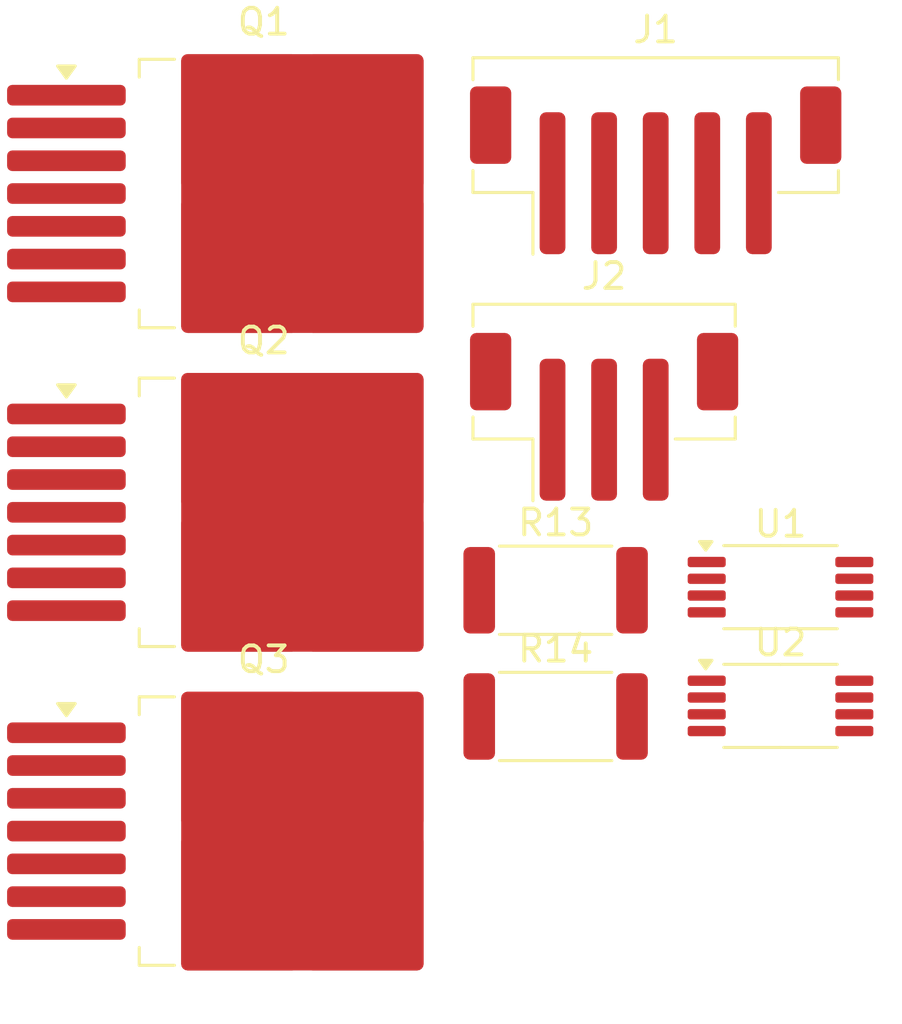
<source format=kicad_pcb>
(kicad_pcb (version 20240108) (generator "pcbnew") (generator_version "8.0")
  (layers (0 "F.Cu" signal) (31 "B.Cu" signal) (34 "B.Paste" user) (35 "F.Paste" user) (36 "B.SilkS" user "B.Silkscreen") (37 "F.SilkS" user "F.Silkscreen") (38 "B.Mask" user) (39 "F.Mask" user) (44 "Edge.Cuts" user))
  (net 0 "")
  (net 1 "MOT_B")
  (net 2 "VCC")
  (net 3 "MOT_C")
  (net 4 "MOT_A")
  (net 5 "GND")
  (net 6 "out1_cs")
  (net 7 "out3")
  (net 8 "out1")
  (net 9 "Net-(Q1-IN)")
  (net 10 "Net-(Q1-INH)")
  (net 11 "Net-(Q1-SR)")
  (net 12 "A2")
  (net 13 "A3")
  (net 14 "Net-(Q2-SR)")
  (net 15 "Net-(Q2-IN)")
  (net 16 "Net-(Q2-INH)")
  (net 17 "Net-(Q3-SR)")
  (net 18 "Net-(Q3-IN)")
  (net 19 "Net-(Q3-INH)")
  (net 20 "Net-(Q3-IS)")
  (net 21 "Net-(U1-REF1)")
  (net 22 "A0")
  (net 23 "+3.3V")
  (net 24 "Net-(U2-REF1)")
  (net 25 "out2")
  (net 26 "out3_cs")
  (net 27 "A1")
  (footprint "Package_SO:TSSOP-8_4.4x3mm_P0.65mm" (layer "F.Cu") (at 141.1375 92.025)
    (property "Reference" "U2" (at 0 -2.45 0) (layer "F.SilkS"))
    (property "Value" "INA240A2PW")
    (fp_line (start 0 -1.61) (end -2.2 -1.61) (stroke (width 0.12)) (layer "F.SilkS"))
    (fp_line (start 0 -1.61) (end 2.2 -1.61) (stroke (width 0.12)) (layer "F.SilkS"))
    (fp_line (start 0 1.61) (end -2.2 1.61) (stroke (width 0.12)) (layer "F.SilkS"))
    (fp_line (start 0 1.61) (end 2.2 1.61) (stroke (width 0.12)) (layer "F.SilkS"))
    (fp_poly (pts (xy -2.9 -1.435) (xy -3.14 -1.765) (xy -2.66 -1.765) (xy -2.9 -1.435)) (stroke (width 0.12)) (fill solid) (layer "F.SilkS"))
    (pad "1" smd roundrect (at -2.8625 -0.975) (size 1.475 0.4) (layers "F.Cu" "F.Paste" "F.Mask") (net 5 "GND"))
    (pad "2" smd roundrect (at -2.8625 -0.325) (size 1.475 0.4) (layers "F.Cu" "F.Paste" "F.Mask") (net 26 "out3_cs"))
    (pad "3" smd roundrect (at -2.8625 0.325) (size 1.475 0.4) (layers "F.Cu" "F.Paste" "F.Mask") (net 7 "out3"))
    (pad "4" smd roundrect (at -2.8625 0.975) (size 1.475 0.4) (layers "F.Cu" "F.Paste" "F.Mask") (net 5 "GND"))
    (pad "5" smd roundrect (at 2.8625 0.975) (size 1.475 0.4) (layers "F.Cu" "F.Paste" "F.Mask") (net 23 "+3.3V"))
    (pad "6" smd roundrect (at 2.8625 0.325) (size 1.475 0.4) (layers "F.Cu" "F.Paste" "F.Mask") (net 23 "+3.3V"))
    (pad "7" smd roundrect (at 2.8625 -0.325) (size 1.475 0.4) (layers "F.Cu" "F.Paste" "F.Mask") (net 24 "Net-(U2-REF1)"))
    (pad "8" smd roundrect (at 2.8625 -0.975) (size 1.475 0.4) (layers "F.Cu" "F.Paste" "F.Mask") (net 27 "A1"))
  )
  (footprint "Package_TO_SOT_SMD:TO-263-7_TabPin8" (layer "F.Cu") (at 121.0975 84.525)
    (property "Reference" "Q2" (at 0 -6.65 0) (layer "F.SilkS"))
    (property "Value" "BTN8982TA")
    (fp_line (start -4.825 -5.2) (end -4.825 -4.51) (stroke (width 0.12)) (layer "F.SilkS"))
    (fp_line (start -4.825 5.2) (end -4.825 4.51) (stroke (width 0.12)) (layer "F.SilkS"))
    (fp_line (start -3.46 -5.2) (end -4.825 -5.2) (stroke (width 0.12)) (layer "F.SilkS"))
    (fp_line (start -3.46 5.2) (end -4.825 5.2) (stroke (width 0.12)) (layer "F.SilkS"))
    (fp_poly (pts (xy -7.65 -4.47) (xy -7.99 -4.94) (xy -7.31 -4.94) (xy -7.65 -4.47)) (stroke (width 0.12)) (fill solid) (layer "F.SilkS"))
    (pad "1" smd roundrect (at -7.65 -3.81) (size 4.6 0.8) (layers "F.Cu" "F.Paste" "F.Mask") (net 5 "GND"))
    (pad "2" smd roundrect (at -7.65 -2.54) (size 4.6 0.8) (layers "F.Cu" "F.Paste" "F.Mask") (net 15 "Net-(Q2-IN)"))
    (pad "3" smd roundrect (at -7.65 -1.27) (size 4.6 0.8) (layers "F.Cu" "F.Paste" "F.Mask") (net 16 "Net-(Q2-INH)"))
    (pad "4" smd roundrect (at -7.65 0) (size 4.6 0.8) (layers "F.Cu" "F.Paste" "F.Mask") (net 25 "out2"))
    (pad "5" smd roundrect (at -7.65 1.27) (size 4.6 0.8) (layers "F.Cu" "F.Paste" "F.Mask") (net 14 "Net-(Q2-SR)"))
    (pad "6" smd roundrect (at -7.65 2.54) (size 4.6 0.8) (layers "F.Cu" "F.Paste" "F.Mask") (net 13 "A3"))
    (pad "7" smd roundrect (at -7.65 3.81) (size 4.6 0.8) (layers "F.Cu" "F.Paste" "F.Mask") (net 2 "VCC"))
    (pad "8" smd roundrect (at -0.925 -2.775) (size 4.55 5.25) (layers "F.Cu" "F.Paste") (roundrect_rratio 0.054945) (net 25 "out2"))
    (pad "8" smd roundrect (at -0.925 2.775) (size 4.55 5.25) (layers "F.Cu" "F.Paste") (roundrect_rratio 0.054945) (net 25 "out2"))
    (pad "8" smd roundrect (at 1.5 0) (size 9.4 10.8) (layers "F.Cu" "F.Mask") (roundrect_rratio 0.026596) (net 25 "out2"))
    (pad "8" smd roundrect (at 3.925 -2.775) (size 4.55 5.25) (layers "F.Cu" "F.Paste") (roundrect_rratio 0.054945) (net 25 "out2"))
    (pad "8" smd roundrect (at 3.925 2.775) (size 4.55 5.25) (layers "F.Cu" "F.Paste") (roundrect_rratio 0.054945) (net 25 "out2"))
  )
  (footprint "Package_TO_SOT_SMD:TO-263-7_TabPin8" (layer "F.Cu") (at 121.0975 96.875)
    (property "Reference" "Q3" (at 0 -6.65 0) (layer "F.SilkS"))
    (property "Value" "BTN8982TA")
    (fp_line (start -4.825 -5.2) (end -4.825 -4.51) (stroke (width 0.12)) (layer "F.SilkS"))
    (fp_line (start -4.825 5.2) (end -4.825 4.51) (stroke (width 0.12)) (layer "F.SilkS"))
    (fp_line (start -3.46 -5.2) (end -4.825 -5.2) (stroke (width 0.12)) (layer "F.SilkS"))
    (fp_line (start -3.46 5.2) (end -4.825 5.2) (stroke (width 0.12)) (layer "F.SilkS"))
    (fp_poly (pts (xy -7.65 -4.47) (xy -7.99 -4.94) (xy -7.31 -4.94) (xy -7.65 -4.47)) (stroke (width 0.12)) (fill solid) (layer "F.SilkS"))
    (pad "1" smd roundrect (at -7.65 -3.81) (size 4.6 0.8) (layers "F.Cu" "F.Paste" "F.Mask") (net 5 "GND"))
    (pad "2" smd roundrect (at -7.65 -2.54) (size 4.6 0.8) (layers "F.Cu" "F.Paste" "F.Mask") (net 18 "Net-(Q3-IN)"))
    (pad "3" smd roundrect (at -7.65 -1.27) (size 4.6 0.8) (layers "F.Cu" "F.Paste" "F.Mask") (net 19 "Net-(Q3-INH)"))
    (pad "4" smd roundrect (at -7.65 0) (size 4.6 0.8) (layers "F.Cu" "F.Paste" "F.Mask") (net 26 "out3_cs"))
    (pad "5" smd roundrect (at -7.65 1.27) (size 4.6 0.8) (layers "F.Cu" "F.Paste" "F.Mask") (net 17 "Net-(Q3-SR)"))
    (pad "6" smd roundrect (at -7.65 2.54) (size 4.6 0.8) (layers "F.Cu" "F.Paste" "F.Mask") (net 20 "Net-(Q3-IS)"))
    (pad "7" smd roundrect (at -7.65 3.81) (size 4.6 0.8) (layers "F.Cu" "F.Paste" "F.Mask") (net 2 "VCC"))
    (pad "8" smd roundrect (at -0.925 -2.775) (size 4.55 5.25) (layers "F.Cu" "F.Paste") (roundrect_rratio 0.054945) (net 26 "out3_cs"))
    (pad "8" smd roundrect (at -0.925 2.775) (size 4.55 5.25) (layers "F.Cu" "F.Paste") (roundrect_rratio 0.054945) (net 26 "out3_cs"))
    (pad "8" smd roundrect (at 1.5 0) (size 9.4 10.8) (layers "F.Cu" "F.Mask") (roundrect_rratio 0.026596) (net 26 "out3_cs"))
    (pad "8" smd roundrect (at 3.925 -2.775) (size 4.55 5.25) (layers "F.Cu" "F.Paste") (roundrect_rratio 0.054945) (net 26 "out3_cs"))
    (pad "8" smd roundrect (at 3.925 2.775) (size 4.55 5.25) (layers "F.Cu" "F.Paste") (roundrect_rratio 0.054945) (net 26 "out3_cs"))
  )
  (footprint "Package_SO:TSSOP-8_4.4x3mm_P0.65mm" (layer "F.Cu") (at 141.1375 87.425)
    (property "Reference" "U1" (at 0 -2.45 0) (layer "F.SilkS"))
    (property "Value" "INA240A2PW")
    (fp_line (start 0 -1.61) (end -2.2 -1.61) (stroke (width 0.12)) (layer "F.SilkS"))
    (fp_line (start 0 -1.61) (end 2.2 -1.61) (stroke (width 0.12)) (layer "F.SilkS"))
    (fp_line (start 0 1.61) (end -2.2 1.61) (stroke (width 0.12)) (layer "F.SilkS"))
    (fp_line (start 0 1.61) (end 2.2 1.61) (stroke (width 0.12)) (layer "F.SilkS"))
    (fp_poly (pts (xy -2.9 -1.435) (xy -3.14 -1.765) (xy -2.66 -1.765) (xy -2.9 -1.435)) (stroke (width 0.12)) (fill solid) (layer "F.SilkS"))
    (pad "1" smd roundrect (at -2.8625 -0.975) (size 1.475 0.4) (layers "F.Cu" "F.Paste" "F.Mask") (net 5 "GND"))
    (pad "2" smd roundrect (at -2.8625 -0.325) (size 1.475 0.4) (layers "F.Cu" "F.Paste" "F.Mask") (net 8 "out1"))
    (pad "3" smd roundrect (at -2.8625 0.325) (size 1.475 0.4) (layers "F.Cu" "F.Paste" "F.Mask") (net 6 "out1_cs"))
    (pad "4" smd roundrect (at -2.8625 0.975) (size 1.475 0.4) (layers "F.Cu" "F.Paste" "F.Mask") (net 5 "GND"))
    (pad "5" smd roundrect (at 2.8625 0.975) (size 1.475 0.4) (layers "F.Cu" "F.Paste" "F.Mask") (net 23 "+3.3V"))
    (pad "6" smd roundrect (at 2.8625 0.325) (size 1.475 0.4) (layers "F.Cu" "F.Paste" "F.Mask") (net 23 "+3.3V"))
    (pad "7" smd roundrect (at 2.8625 -0.325) (size 1.475 0.4) (layers "F.Cu" "F.Paste" "F.Mask") (net 21 "Net-(U1-REF1)"))
    (pad "8" smd roundrect (at 2.8625 -0.975) (size 1.475 0.4) (layers "F.Cu" "F.Paste" "F.Mask") (net 22 "A0"))
  )
  (footprint "Connector_JST:JST_PH_B3B-PH-SM4-TB_1x03-1MP_P2.00mm_Vertical" (layer "F.Cu") (at 134.2975 80.825)
    (property "Reference" "J2" (at 0 -5.45 0) (layer "F.SilkS"))
    (property "Value" "TB_MOTOR")
    (fp_line (start -5.085 -4.36) (end 5.085 -4.36) (stroke (width 0.12)) (layer "F.SilkS"))
    (fp_line (start -5.085 -3.51) (end -5.085 -4.36) (stroke (width 0.12)) (layer "F.SilkS"))
    (fp_line (start -5.085 0.01) (end -5.085 0.86) (stroke (width 0.12)) (layer "F.SilkS"))
    (fp_line (start -5.085 0.86) (end -2.76 0.86) (stroke (width 0.12)) (layer "F.SilkS"))
    (fp_line (start -2.76 0.86) (end -2.76 3.25) (stroke (width 0.12)) (layer "F.SilkS"))
    (fp_line (start 5.085 -4.36) (end 5.085 -3.51) (stroke (width 0.12)) (layer "F.SilkS"))
    (fp_line (start 5.085 0.01) (end 5.085 0.86) (stroke (width 0.12)) (layer "F.SilkS"))
    (fp_line (start 5.085 0.86) (end 2.76 0.86) (stroke (width 0.12)) (layer "F.SilkS"))
    (pad "1" smd roundrect (at -2 0.5) (size 1 5.5) (layers "F.Cu" "F.Paste" "F.Mask") (net 8 "out1"))
    (pad "2" smd roundrect (at 0 0.5) (size 1 5.5) (layers "F.Cu" "F.Paste" "F.Mask") (net 25 "out2"))
    (pad "3" smd roundrect (at 2 0.5) (size 1 5.5) (layers "F.Cu" "F.Paste" "F.Mask") (net 7 "out3"))
    (pad "MP" smd roundrect (at -4.4 -1.75) (size 1.6 3) (layers "F.Cu" "F.Paste" "F.Mask") (roundrect_rratio 0.15625))
    (pad "MP" smd roundrect (at 4.4 -1.75) (size 1.6 3) (layers "F.Cu" "F.Paste" "F.Mask") (roundrect_rratio 0.15625))
  )
  (footprint "Resistor_SMD:R_2512_6332Metric" (layer "F.Cu") (at 132.4175 87.545)
    (property "Reference" "R13" (at 0 -2.62 0) (layer "F.SilkS"))
    (property "Value" "0.001")
    (fp_line (start -2.177064 -1.71) (end 2.177064 -1.71) (stroke (width 0.12)) (layer "F.SilkS"))
    (fp_line (start -2.177064 1.71) (end 2.177064 1.71) (stroke (width 0.12)) (layer "F.SilkS"))
    (pad "1" smd roundrect (at -2.9625 0) (size 1.225 3.35) (layers "F.Cu" "F.Paste" "F.Mask") (roundrect_rratio 0.204082) (net 8 "out1"))
    (pad "2" smd roundrect (at 2.9625 0) (size 1.225 3.35) (layers "F.Cu" "F.Paste" "F.Mask") (roundrect_rratio 0.204082) (net 6 "out1_cs"))
  )
  (footprint "Resistor_SMD:R_2512_6332Metric" (layer "F.Cu") (at 132.4175 92.435)
    (property "Reference" "R14" (at 0 -2.62 0) (layer "F.SilkS"))
    (property "Value" "0.001")
    (fp_line (start -2.177064 -1.71) (end 2.177064 -1.71) (stroke (width 0.12)) (layer "F.SilkS"))
    (fp_line (start -2.177064 1.71) (end 2.177064 1.71) (stroke (width 0.12)) (layer "F.SilkS"))
    (pad "1" smd roundrect (at -2.9625 0) (size 1.225 3.35) (layers "F.Cu" "F.Paste" "F.Mask") (roundrect_rratio 0.204082) (net 26 "out3_cs"))
    (pad "2" smd roundrect (at 2.9625 0) (size 1.225 3.35) (layers "F.Cu" "F.Paste" "F.Mask") (roundrect_rratio 0.204082) (net 7 "out3"))
  )
  (footprint "Connector_JST:JST_PH_B5B-PH-SM4-TB_1x05-1MP_P2.00mm_Vertical" (layer "F.Cu") (at 136.2975 71.275)
    (property "Reference" "J1" (at 0 -5.45 0) (layer "F.SilkS"))
    (property "Value" "PH_2.0")
    (fp_line (start -7.085 -4.36) (end 7.085 -4.36) (stroke (width 0.12)) (layer "F.SilkS"))
    (fp_line (start -7.085 -3.51) (end -7.085 -4.36) (stroke (width 0.12)) (layer "F.SilkS"))
    (fp_line (start -7.085 0.01) (end -7.085 0.86) (stroke (width 0.12)) (layer "F.SilkS"))
    (fp_line (start -7.085 0.86) (end -4.76 0.86) (stroke (width 0.12)) (layer "F.SilkS"))
    (fp_line (start -4.76 0.86) (end -4.76 3.25) (stroke (width 0.12)) (layer "F.SilkS"))
    (fp_line (start 7.085 -4.36) (end 7.085 -3.51) (stroke (width 0.12)) (layer "F.SilkS"))
    (fp_line (start 7.085 0.01) (end 7.085 0.86) (stroke (width 0.12)) (layer "F.SilkS"))
    (fp_line (start 7.085 0.86) (end 4.76 0.86) (stroke (width 0.12)) (layer "F.SilkS"))
    (pad "1" smd roundrect (at -4 0.5) (size 1 5.5) (layers "F.Cu" "F.Paste" "F.Mask") (net 2 "VCC"))
    (pad "2" smd roundrect (at -2 0.5) (size 1 5.5) (layers "F.Cu" "F.Paste" "F.Mask") (net 4 "MOT_A"))
    (pad "3" smd roundrect (at 0 0.5) (size 1 5.5) (layers "F.Cu" "F.Paste" "F.Mask") (net 1 "MOT_B"))
    (pad "4" smd roundrect (at 2 0.5) (size 1 5.5) (layers "F.Cu" "F.Paste" "F.Mask") (net 3 "MOT_C"))
    (pad "5" smd roundrect (at 4 0.5) (size 1 5.5) (layers "F.Cu" "F.Paste" "F.Mask") (net 5 "GND"))
    (pad "MP" smd roundrect (at -6.4 -1.75) (size 1.6 3) (layers "F.Cu" "F.Paste" "F.Mask") (roundrect_rratio 0.15625))
    (pad "MP" smd roundrect (at 6.4 -1.75) (size 1.6 3) (layers "F.Cu" "F.Paste" "F.Mask") (roundrect_rratio 0.15625))
  )
  (footprint "Package_TO_SOT_SMD:TO-263-7_TabPin8" (layer "F.Cu") (at 121.0975 72.175)
    (property "Reference" "Q1" (at 0 -6.65 0) (layer "F.SilkS"))
    (property "Value" "BTN8982TA")
    (fp_line (start -4.825 -5.2) (end -4.825 -4.51) (stroke (width 0.12)) (layer "F.SilkS"))
    (fp_line (start -4.825 5.2) (end -4.825 4.51) (stroke (width 0.12)) (layer "F.SilkS"))
    (fp_line (start -3.46 -5.2) (end -4.825 -5.2) (stroke (width 0.12)) (layer "F.SilkS"))
    (fp_line (start -3.46 5.2) (end -4.825 5.2) (stroke (width 0.12)) (layer "F.SilkS"))
    (fp_poly (pts (xy -7.65 -4.47) (xy -7.99 -4.94) (xy -7.31 -4.94) (xy -7.65 -4.47)) (stroke (width 0.12)) (fill solid) (layer "F.SilkS"))
    (pad "1" smd roundrect (at -7.65 -3.81) (size 4.6 0.8) (layers "F.Cu" "F.Paste" "F.Mask") (net 5 "GND"))
    (pad "2" smd roundrect (at -7.65 -2.54) (size 4.6 0.8) (layers "F.Cu" "F.Paste" "F.Mask") (net 9 "Net-(Q1-IN)"))
    (pad "3" smd roundrect (at -7.65 -1.27) (size 4.6 0.8) (layers "F.Cu" "F.Paste" "F.Mask") (net 10 "Net-(Q1-INH)"))
    (pad "4" smd roundrect (at -7.65 0) (size 4.6 0.8) (layers "F.Cu" "F.Paste" "F.Mask") (net 6 "out1_cs"))
    (pad "5" smd roundrect (at -7.65 1.27) (size 4.6 0.8) (layers "F.Cu" "F.Paste" "F.Mask") (net 11 "Net-(Q1-SR)"))
    (pad "6" smd roundrect (at -7.65 2.54) (size 4.6 0.8) (layers "F.Cu" "F.Paste" "F.Mask") (net 12 "A2"))
    (pad "7" smd roundrect (at -7.65 3.81) (size 4.6 0.8) (layers "F.Cu" "F.Paste" "F.Mask") (net 2 "VCC"))
    (pad "8" smd roundrect (at -0.925 -2.775) (size 4.55 5.25) (layers "F.Cu" "F.Paste") (roundrect_rratio 0.054945) (net 6 "out1_cs"))
    (pad "8" smd roundrect (at -0.925 2.775) (size 4.55 5.25) (layers "F.Cu" "F.Paste") (roundrect_rratio 0.054945) (net 6 "out1_cs"))
    (pad "8" smd roundrect (at 1.5 0) (size 9.4 10.8) (layers "F.Cu" "F.Mask") (roundrect_rratio 0.026596) (net 6 "out1_cs"))
    (pad "8" smd roundrect (at 3.925 -2.775) (size 4.55 5.25) (layers "F.Cu" "F.Paste") (roundrect_rratio 0.054945) (net 6 "out1_cs"))
    (pad "8" smd roundrect (at 3.925 2.775) (size 4.55 5.25) (layers "F.Cu" "F.Paste") (roundrect_rratio 0.054945) (net 6 "out1_cs"))
  )
)
</source>
